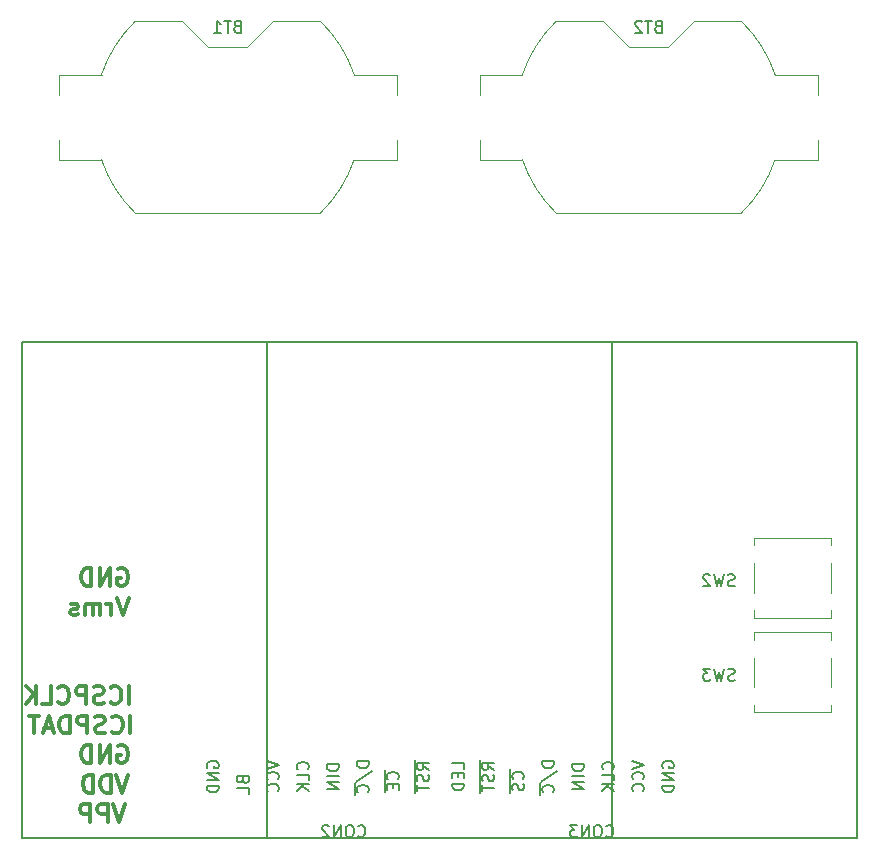
<source format=gbr>
G04 #@! TF.FileFunction,Legend,Bot*
%FSLAX46Y46*%
G04 Gerber Fmt 4.6, Leading zero omitted, Abs format (unit mm)*
G04 Created by KiCad (PCBNEW 4.0.7) date 01/28/18 01:48:11*
%MOMM*%
%LPD*%
G01*
G04 APERTURE LIST*
%ADD10C,0.100000*%
%ADD11C,0.300000*%
%ADD12C,0.120000*%
%ADD13C,0.150000*%
G04 APERTURE END LIST*
D10*
D11*
X145321428Y-120678571D02*
X145321428Y-119178571D01*
X143749999Y-120535714D02*
X143821428Y-120607143D01*
X144035714Y-120678571D01*
X144178571Y-120678571D01*
X144392856Y-120607143D01*
X144535714Y-120464286D01*
X144607142Y-120321429D01*
X144678571Y-120035714D01*
X144678571Y-119821429D01*
X144607142Y-119535714D01*
X144535714Y-119392857D01*
X144392856Y-119250000D01*
X144178571Y-119178571D01*
X144035714Y-119178571D01*
X143821428Y-119250000D01*
X143749999Y-119321429D01*
X143178571Y-120607143D02*
X142964285Y-120678571D01*
X142607142Y-120678571D01*
X142464285Y-120607143D01*
X142392856Y-120535714D01*
X142321428Y-120392857D01*
X142321428Y-120250000D01*
X142392856Y-120107143D01*
X142464285Y-120035714D01*
X142607142Y-119964286D01*
X142892856Y-119892857D01*
X143035714Y-119821429D01*
X143107142Y-119750000D01*
X143178571Y-119607143D01*
X143178571Y-119464286D01*
X143107142Y-119321429D01*
X143035714Y-119250000D01*
X142892856Y-119178571D01*
X142535714Y-119178571D01*
X142321428Y-119250000D01*
X141678571Y-120678571D02*
X141678571Y-119178571D01*
X141107143Y-119178571D01*
X140964285Y-119250000D01*
X140892857Y-119321429D01*
X140821428Y-119464286D01*
X140821428Y-119678571D01*
X140892857Y-119821429D01*
X140964285Y-119892857D01*
X141107143Y-119964286D01*
X141678571Y-119964286D01*
X139321428Y-120535714D02*
X139392857Y-120607143D01*
X139607143Y-120678571D01*
X139750000Y-120678571D01*
X139964285Y-120607143D01*
X140107143Y-120464286D01*
X140178571Y-120321429D01*
X140250000Y-120035714D01*
X140250000Y-119821429D01*
X140178571Y-119535714D01*
X140107143Y-119392857D01*
X139964285Y-119250000D01*
X139750000Y-119178571D01*
X139607143Y-119178571D01*
X139392857Y-119250000D01*
X139321428Y-119321429D01*
X137964285Y-120678571D02*
X138678571Y-120678571D01*
X138678571Y-119178571D01*
X137464285Y-120678571D02*
X137464285Y-119178571D01*
X136607142Y-120678571D02*
X137249999Y-119821429D01*
X136607142Y-119178571D02*
X137464285Y-120035714D01*
X145428571Y-123178571D02*
X145428571Y-121678571D01*
X143857142Y-123035714D02*
X143928571Y-123107143D01*
X144142857Y-123178571D01*
X144285714Y-123178571D01*
X144499999Y-123107143D01*
X144642857Y-122964286D01*
X144714285Y-122821429D01*
X144785714Y-122535714D01*
X144785714Y-122321429D01*
X144714285Y-122035714D01*
X144642857Y-121892857D01*
X144499999Y-121750000D01*
X144285714Y-121678571D01*
X144142857Y-121678571D01*
X143928571Y-121750000D01*
X143857142Y-121821429D01*
X143285714Y-123107143D02*
X143071428Y-123178571D01*
X142714285Y-123178571D01*
X142571428Y-123107143D01*
X142499999Y-123035714D01*
X142428571Y-122892857D01*
X142428571Y-122750000D01*
X142499999Y-122607143D01*
X142571428Y-122535714D01*
X142714285Y-122464286D01*
X142999999Y-122392857D01*
X143142857Y-122321429D01*
X143214285Y-122250000D01*
X143285714Y-122107143D01*
X143285714Y-121964286D01*
X143214285Y-121821429D01*
X143142857Y-121750000D01*
X142999999Y-121678571D01*
X142642857Y-121678571D01*
X142428571Y-121750000D01*
X141785714Y-123178571D02*
X141785714Y-121678571D01*
X141214286Y-121678571D01*
X141071428Y-121750000D01*
X141000000Y-121821429D01*
X140928571Y-121964286D01*
X140928571Y-122178571D01*
X141000000Y-122321429D01*
X141071428Y-122392857D01*
X141214286Y-122464286D01*
X141785714Y-122464286D01*
X140285714Y-123178571D02*
X140285714Y-121678571D01*
X139928571Y-121678571D01*
X139714286Y-121750000D01*
X139571428Y-121892857D01*
X139500000Y-122035714D01*
X139428571Y-122321429D01*
X139428571Y-122535714D01*
X139500000Y-122821429D01*
X139571428Y-122964286D01*
X139714286Y-123107143D01*
X139928571Y-123178571D01*
X140285714Y-123178571D01*
X138857143Y-122750000D02*
X138142857Y-122750000D01*
X139000000Y-123178571D02*
X138500000Y-121678571D01*
X138000000Y-123178571D01*
X137714286Y-121678571D02*
X136857143Y-121678571D01*
X137285714Y-123178571D02*
X137285714Y-121678571D01*
X144392857Y-124250000D02*
X144535714Y-124178571D01*
X144750000Y-124178571D01*
X144964285Y-124250000D01*
X145107143Y-124392857D01*
X145178571Y-124535714D01*
X145250000Y-124821429D01*
X145250000Y-125035714D01*
X145178571Y-125321429D01*
X145107143Y-125464286D01*
X144964285Y-125607143D01*
X144750000Y-125678571D01*
X144607143Y-125678571D01*
X144392857Y-125607143D01*
X144321428Y-125535714D01*
X144321428Y-125035714D01*
X144607143Y-125035714D01*
X143678571Y-125678571D02*
X143678571Y-124178571D01*
X142821428Y-125678571D01*
X142821428Y-124178571D01*
X142107142Y-125678571D02*
X142107142Y-124178571D01*
X141749999Y-124178571D01*
X141535714Y-124250000D01*
X141392856Y-124392857D01*
X141321428Y-124535714D01*
X141249999Y-124821429D01*
X141249999Y-125035714D01*
X141321428Y-125321429D01*
X141392856Y-125464286D01*
X141535714Y-125607143D01*
X141749999Y-125678571D01*
X142107142Y-125678571D01*
X145000000Y-129178571D02*
X144500000Y-130678571D01*
X144000000Y-129178571D01*
X143500000Y-130678571D02*
X143500000Y-129178571D01*
X142928572Y-129178571D01*
X142785714Y-129250000D01*
X142714286Y-129321429D01*
X142642857Y-129464286D01*
X142642857Y-129678571D01*
X142714286Y-129821429D01*
X142785714Y-129892857D01*
X142928572Y-129964286D01*
X143500000Y-129964286D01*
X142000000Y-130678571D02*
X142000000Y-129178571D01*
X141428572Y-129178571D01*
X141285714Y-129250000D01*
X141214286Y-129321429D01*
X141142857Y-129464286D01*
X141142857Y-129678571D01*
X141214286Y-129821429D01*
X141285714Y-129892857D01*
X141428572Y-129964286D01*
X142000000Y-129964286D01*
X145250000Y-126678571D02*
X144750000Y-128178571D01*
X144250000Y-126678571D01*
X143750000Y-128178571D02*
X143750000Y-126678571D01*
X143392857Y-126678571D01*
X143178572Y-126750000D01*
X143035714Y-126892857D01*
X142964286Y-127035714D01*
X142892857Y-127321429D01*
X142892857Y-127535714D01*
X142964286Y-127821429D01*
X143035714Y-127964286D01*
X143178572Y-128107143D01*
X143392857Y-128178571D01*
X143750000Y-128178571D01*
X142250000Y-128178571D02*
X142250000Y-126678571D01*
X141892857Y-126678571D01*
X141678572Y-126750000D01*
X141535714Y-126892857D01*
X141464286Y-127035714D01*
X141392857Y-127321429D01*
X141392857Y-127535714D01*
X141464286Y-127821429D01*
X141535714Y-127964286D01*
X141678572Y-128107143D01*
X141892857Y-128178571D01*
X142250000Y-128178571D01*
X144392857Y-109250000D02*
X144535714Y-109178571D01*
X144750000Y-109178571D01*
X144964285Y-109250000D01*
X145107143Y-109392857D01*
X145178571Y-109535714D01*
X145250000Y-109821429D01*
X145250000Y-110035714D01*
X145178571Y-110321429D01*
X145107143Y-110464286D01*
X144964285Y-110607143D01*
X144750000Y-110678571D01*
X144607143Y-110678571D01*
X144392857Y-110607143D01*
X144321428Y-110535714D01*
X144321428Y-110035714D01*
X144607143Y-110035714D01*
X143678571Y-110678571D02*
X143678571Y-109178571D01*
X142821428Y-110678571D01*
X142821428Y-109178571D01*
X142107142Y-110678571D02*
X142107142Y-109178571D01*
X141749999Y-109178571D01*
X141535714Y-109250000D01*
X141392856Y-109392857D01*
X141321428Y-109535714D01*
X141249999Y-109821429D01*
X141249999Y-110035714D01*
X141321428Y-110321429D01*
X141392856Y-110464286D01*
X141535714Y-110607143D01*
X141749999Y-110678571D01*
X142107142Y-110678571D01*
X145321428Y-111678571D02*
X144821428Y-113178571D01*
X144321428Y-111678571D01*
X143821428Y-113178571D02*
X143821428Y-112178571D01*
X143821428Y-112464286D02*
X143750000Y-112321429D01*
X143678571Y-112250000D01*
X143535714Y-112178571D01*
X143392857Y-112178571D01*
X142892857Y-113178571D02*
X142892857Y-112178571D01*
X142892857Y-112321429D02*
X142821429Y-112250000D01*
X142678571Y-112178571D01*
X142464286Y-112178571D01*
X142321429Y-112250000D01*
X142250000Y-112392857D01*
X142250000Y-113178571D01*
X142250000Y-112392857D02*
X142178571Y-112250000D01*
X142035714Y-112178571D01*
X141821429Y-112178571D01*
X141678571Y-112250000D01*
X141607143Y-112392857D01*
X141607143Y-113178571D01*
X140964286Y-113107143D02*
X140821429Y-113178571D01*
X140535714Y-113178571D01*
X140392857Y-113107143D01*
X140321429Y-112964286D01*
X140321429Y-112892857D01*
X140392857Y-112750000D01*
X140535714Y-112678571D01*
X140750000Y-112678571D01*
X140892857Y-112607143D01*
X140964286Y-112464286D01*
X140964286Y-112392857D01*
X140892857Y-112250000D01*
X140750000Y-112178571D01*
X140535714Y-112178571D01*
X140392857Y-112250000D01*
D12*
X204750000Y-107250000D02*
X204750000Y-106600000D01*
X204750000Y-106600000D02*
X198250000Y-106600000D01*
X198250000Y-106600000D02*
X198250000Y-107250000D01*
X204750000Y-112750000D02*
X204750000Y-113400000D01*
X204750000Y-113400000D02*
X198250000Y-113400000D01*
X198250000Y-113400000D02*
X198250000Y-112750000D01*
X204750000Y-111250000D02*
X204750000Y-108750000D01*
X198250000Y-111250000D02*
X198250000Y-108750000D01*
X145834630Y-62888211D02*
G75*
G03X142988000Y-67390000I7845370J-8111789D01*
G01*
X161525370Y-79111789D02*
G75*
G03X164372000Y-74610000I-7845370J8111789D01*
G01*
X161525370Y-62888211D02*
G75*
G02X164372000Y-67390000I-7845370J-8111789D01*
G01*
X145834630Y-79111789D02*
G75*
G02X142988000Y-74610000I7845370J8111789D01*
G01*
X139370000Y-69100000D02*
X139370000Y-67390000D01*
X142988000Y-67390000D02*
X139370000Y-67390000D01*
X149820000Y-62890000D02*
X145832700Y-62890000D01*
X152020000Y-65090000D02*
X149820000Y-62890000D01*
X155340000Y-65090000D02*
X152020000Y-65090000D01*
X155340000Y-65090000D02*
X157540000Y-62890000D01*
X161527300Y-62890000D02*
X157540000Y-62890000D01*
X167990000Y-69100000D02*
X167990000Y-67390000D01*
X167990000Y-67390000D02*
X164372000Y-67390000D01*
X164372000Y-74610000D02*
X167990000Y-74610000D01*
X167990000Y-72900000D02*
X167990000Y-74610000D01*
X145832700Y-79110000D02*
X161527300Y-79110000D01*
X139370000Y-72900000D02*
X139370000Y-74610000D01*
X139370000Y-74610000D02*
X142988000Y-74610000D01*
X181474630Y-62888211D02*
G75*
G03X178628000Y-67390000I7845370J-8111789D01*
G01*
X197165370Y-79111789D02*
G75*
G03X200012000Y-74610000I-7845370J8111789D01*
G01*
X197165370Y-62888211D02*
G75*
G02X200012000Y-67390000I-7845370J-8111789D01*
G01*
X181474630Y-79111789D02*
G75*
G02X178628000Y-74610000I7845370J8111789D01*
G01*
X175010000Y-69100000D02*
X175010000Y-67390000D01*
X178628000Y-67390000D02*
X175010000Y-67390000D01*
X185460000Y-62890000D02*
X181472700Y-62890000D01*
X187660000Y-65090000D02*
X185460000Y-62890000D01*
X190980000Y-65090000D02*
X187660000Y-65090000D01*
X190980000Y-65090000D02*
X193180000Y-62890000D01*
X197167300Y-62890000D02*
X193180000Y-62890000D01*
X203630000Y-69100000D02*
X203630000Y-67390000D01*
X203630000Y-67390000D02*
X200012000Y-67390000D01*
X200012000Y-74610000D02*
X203630000Y-74610000D01*
X203630000Y-72900000D02*
X203630000Y-74610000D01*
X181472700Y-79110000D02*
X197167300Y-79110000D01*
X175010000Y-72900000D02*
X175010000Y-74610000D01*
X175010000Y-74610000D02*
X178628000Y-74610000D01*
X204750000Y-115250000D02*
X204750000Y-114600000D01*
X204750000Y-114600000D02*
X198250000Y-114600000D01*
X198250000Y-114600000D02*
X198250000Y-115250000D01*
X204750000Y-120750000D02*
X204750000Y-121400000D01*
X204750000Y-121400000D02*
X198250000Y-121400000D01*
X198250000Y-121400000D02*
X198250000Y-120750000D01*
X204750000Y-119250000D02*
X204750000Y-116750000D01*
X198250000Y-119250000D02*
X198250000Y-116750000D01*
D13*
X206990000Y-90000000D02*
X206990000Y-132000000D01*
X156990000Y-90000000D02*
X206990000Y-90000000D01*
X156990000Y-132000000D02*
X156990000Y-90000000D01*
X206990000Y-132000000D02*
X156990000Y-132000000D01*
X186240000Y-90000000D02*
X186240000Y-132000000D01*
X136240000Y-90000000D02*
X186240000Y-90000000D01*
X136240000Y-132000000D02*
X136240000Y-90000000D01*
X186240000Y-132000000D02*
X136240000Y-132000000D01*
X196583333Y-110654762D02*
X196440476Y-110702381D01*
X196202380Y-110702381D01*
X196107142Y-110654762D01*
X196059523Y-110607143D01*
X196011904Y-110511905D01*
X196011904Y-110416667D01*
X196059523Y-110321429D01*
X196107142Y-110273810D01*
X196202380Y-110226190D01*
X196392857Y-110178571D01*
X196488095Y-110130952D01*
X196535714Y-110083333D01*
X196583333Y-109988095D01*
X196583333Y-109892857D01*
X196535714Y-109797619D01*
X196488095Y-109750000D01*
X196392857Y-109702381D01*
X196154761Y-109702381D01*
X196011904Y-109750000D01*
X195678571Y-109702381D02*
X195440476Y-110702381D01*
X195249999Y-109988095D01*
X195059523Y-110702381D01*
X194821428Y-109702381D01*
X194488095Y-109797619D02*
X194440476Y-109750000D01*
X194345238Y-109702381D01*
X194107142Y-109702381D01*
X194011904Y-109750000D01*
X193964285Y-109797619D01*
X193916666Y-109892857D01*
X193916666Y-109988095D01*
X193964285Y-110130952D01*
X194535714Y-110702381D01*
X193916666Y-110702381D01*
X154465714Y-63308571D02*
X154322857Y-63356190D01*
X154275238Y-63403810D01*
X154227619Y-63499048D01*
X154227619Y-63641905D01*
X154275238Y-63737143D01*
X154322857Y-63784762D01*
X154418095Y-63832381D01*
X154799048Y-63832381D01*
X154799048Y-62832381D01*
X154465714Y-62832381D01*
X154370476Y-62880000D01*
X154322857Y-62927619D01*
X154275238Y-63022857D01*
X154275238Y-63118095D01*
X154322857Y-63213333D01*
X154370476Y-63260952D01*
X154465714Y-63308571D01*
X154799048Y-63308571D01*
X153941905Y-62832381D02*
X153370476Y-62832381D01*
X153656191Y-63832381D02*
X153656191Y-62832381D01*
X152513333Y-63832381D02*
X153084762Y-63832381D01*
X152799048Y-63832381D02*
X152799048Y-62832381D01*
X152894286Y-62975238D01*
X152989524Y-63070476D01*
X153084762Y-63118095D01*
X190105714Y-63308571D02*
X189962857Y-63356190D01*
X189915238Y-63403810D01*
X189867619Y-63499048D01*
X189867619Y-63641905D01*
X189915238Y-63737143D01*
X189962857Y-63784762D01*
X190058095Y-63832381D01*
X190439048Y-63832381D01*
X190439048Y-62832381D01*
X190105714Y-62832381D01*
X190010476Y-62880000D01*
X189962857Y-62927619D01*
X189915238Y-63022857D01*
X189915238Y-63118095D01*
X189962857Y-63213333D01*
X190010476Y-63260952D01*
X190105714Y-63308571D01*
X190439048Y-63308571D01*
X189581905Y-62832381D02*
X189010476Y-62832381D01*
X189296191Y-63832381D02*
X189296191Y-62832381D01*
X188724762Y-62927619D02*
X188677143Y-62880000D01*
X188581905Y-62832381D01*
X188343809Y-62832381D01*
X188248571Y-62880000D01*
X188200952Y-62927619D01*
X188153333Y-63022857D01*
X188153333Y-63118095D01*
X188200952Y-63260952D01*
X188772381Y-63832381D01*
X188153333Y-63832381D01*
X196583333Y-118654762D02*
X196440476Y-118702381D01*
X196202380Y-118702381D01*
X196107142Y-118654762D01*
X196059523Y-118607143D01*
X196011904Y-118511905D01*
X196011904Y-118416667D01*
X196059523Y-118321429D01*
X196107142Y-118273810D01*
X196202380Y-118226190D01*
X196392857Y-118178571D01*
X196488095Y-118130952D01*
X196535714Y-118083333D01*
X196583333Y-117988095D01*
X196583333Y-117892857D01*
X196535714Y-117797619D01*
X196488095Y-117750000D01*
X196392857Y-117702381D01*
X196154761Y-117702381D01*
X196011904Y-117750000D01*
X195678571Y-117702381D02*
X195440476Y-118702381D01*
X195249999Y-117988095D01*
X195059523Y-118702381D01*
X194821428Y-117702381D01*
X194535714Y-117702381D02*
X193916666Y-117702381D01*
X194250000Y-118083333D01*
X194107142Y-118083333D01*
X194011904Y-118130952D01*
X193964285Y-118178571D01*
X193916666Y-118273810D01*
X193916666Y-118511905D01*
X193964285Y-118607143D01*
X194011904Y-118654762D01*
X194107142Y-118702381D01*
X194392857Y-118702381D01*
X194488095Y-118654762D01*
X194535714Y-118607143D01*
X185714285Y-131857143D02*
X185761904Y-131904762D01*
X185904761Y-131952381D01*
X185999999Y-131952381D01*
X186142857Y-131904762D01*
X186238095Y-131809524D01*
X186285714Y-131714286D01*
X186333333Y-131523810D01*
X186333333Y-131380952D01*
X186285714Y-131190476D01*
X186238095Y-131095238D01*
X186142857Y-131000000D01*
X185999999Y-130952381D01*
X185904761Y-130952381D01*
X185761904Y-131000000D01*
X185714285Y-131047619D01*
X185095238Y-130952381D02*
X184904761Y-130952381D01*
X184809523Y-131000000D01*
X184714285Y-131095238D01*
X184666666Y-131285714D01*
X184666666Y-131619048D01*
X184714285Y-131809524D01*
X184809523Y-131904762D01*
X184904761Y-131952381D01*
X185095238Y-131952381D01*
X185190476Y-131904762D01*
X185285714Y-131809524D01*
X185333333Y-131619048D01*
X185333333Y-131285714D01*
X185285714Y-131095238D01*
X185190476Y-131000000D01*
X185095238Y-130952381D01*
X184238095Y-131952381D02*
X184238095Y-130952381D01*
X183666666Y-131952381D01*
X183666666Y-130952381D01*
X183285714Y-130952381D02*
X182666666Y-130952381D01*
X183000000Y-131333333D01*
X182857142Y-131333333D01*
X182761904Y-131380952D01*
X182714285Y-131428571D01*
X182666666Y-131523810D01*
X182666666Y-131761905D01*
X182714285Y-131857143D01*
X182761904Y-131904762D01*
X182857142Y-131952381D01*
X183142857Y-131952381D01*
X183238095Y-131904762D01*
X183285714Y-131857143D01*
X190490000Y-126063096D02*
X190442381Y-125967858D01*
X190442381Y-125825001D01*
X190490000Y-125682143D01*
X190585238Y-125586905D01*
X190680476Y-125539286D01*
X190870952Y-125491667D01*
X191013810Y-125491667D01*
X191204286Y-125539286D01*
X191299524Y-125586905D01*
X191394762Y-125682143D01*
X191442381Y-125825001D01*
X191442381Y-125920239D01*
X191394762Y-126063096D01*
X191347143Y-126110715D01*
X191013810Y-126110715D01*
X191013810Y-125920239D01*
X191442381Y-126539286D02*
X190442381Y-126539286D01*
X191442381Y-127110715D01*
X190442381Y-127110715D01*
X191442381Y-127586905D02*
X190442381Y-127586905D01*
X190442381Y-127825000D01*
X190490000Y-127967858D01*
X190585238Y-128063096D01*
X190680476Y-128110715D01*
X190870952Y-128158334D01*
X191013810Y-128158334D01*
X191204286Y-128110715D01*
X191299524Y-128063096D01*
X191394762Y-127967858D01*
X191442381Y-127825000D01*
X191442381Y-127586905D01*
X173662381Y-126182143D02*
X173662381Y-125705952D01*
X172662381Y-125705952D01*
X173138571Y-126515476D02*
X173138571Y-126848810D01*
X173662381Y-126991667D02*
X173662381Y-126515476D01*
X172662381Y-126515476D01*
X172662381Y-126991667D01*
X173662381Y-127420238D02*
X172662381Y-127420238D01*
X172662381Y-127658333D01*
X172710000Y-127801191D01*
X172805238Y-127896429D01*
X172900476Y-127944048D01*
X173090952Y-127991667D01*
X173233810Y-127991667D01*
X173424286Y-127944048D01*
X173519524Y-127896429D01*
X173614762Y-127801191D01*
X173662381Y-127658333D01*
X173662381Y-127420238D01*
X187902381Y-125491667D02*
X188902381Y-125825000D01*
X187902381Y-126158334D01*
X188807143Y-127063096D02*
X188854762Y-127015477D01*
X188902381Y-126872620D01*
X188902381Y-126777382D01*
X188854762Y-126634524D01*
X188759524Y-126539286D01*
X188664286Y-126491667D01*
X188473810Y-126444048D01*
X188330952Y-126444048D01*
X188140476Y-126491667D01*
X188045238Y-126539286D01*
X187950000Y-126634524D01*
X187902381Y-126777382D01*
X187902381Y-126872620D01*
X187950000Y-127015477D01*
X187997619Y-127063096D01*
X188807143Y-128063096D02*
X188854762Y-128015477D01*
X188902381Y-127872620D01*
X188902381Y-127777382D01*
X188854762Y-127634524D01*
X188759524Y-127539286D01*
X188664286Y-127491667D01*
X188473810Y-127444048D01*
X188330952Y-127444048D01*
X188140476Y-127491667D01*
X188045238Y-127539286D01*
X187950000Y-127634524D01*
X187902381Y-127777382D01*
X187902381Y-127872620D01*
X187950000Y-128015477D01*
X187997619Y-128063096D01*
X186267143Y-126229762D02*
X186314762Y-126182143D01*
X186362381Y-126039286D01*
X186362381Y-125944048D01*
X186314762Y-125801190D01*
X186219524Y-125705952D01*
X186124286Y-125658333D01*
X185933810Y-125610714D01*
X185790952Y-125610714D01*
X185600476Y-125658333D01*
X185505238Y-125705952D01*
X185410000Y-125801190D01*
X185362381Y-125944048D01*
X185362381Y-126039286D01*
X185410000Y-126182143D01*
X185457619Y-126229762D01*
X186362381Y-127134524D02*
X186362381Y-126658333D01*
X185362381Y-126658333D01*
X186362381Y-127467857D02*
X185362381Y-127467857D01*
X186362381Y-128039286D02*
X185790952Y-127610714D01*
X185362381Y-128039286D02*
X185933810Y-127467857D01*
X183822381Y-125801191D02*
X182822381Y-125801191D01*
X182822381Y-126039286D01*
X182870000Y-126182144D01*
X182965238Y-126277382D01*
X183060476Y-126325001D01*
X183250952Y-126372620D01*
X183393810Y-126372620D01*
X183584286Y-126325001D01*
X183679524Y-126277382D01*
X183774762Y-126182144D01*
X183822381Y-126039286D01*
X183822381Y-125801191D01*
X183822381Y-126801191D02*
X182822381Y-126801191D01*
X183822381Y-127277381D02*
X182822381Y-127277381D01*
X183822381Y-127848810D01*
X182822381Y-127848810D01*
X181282381Y-125539286D02*
X180282381Y-125539286D01*
X180282381Y-125777381D01*
X180330000Y-125920239D01*
X180425238Y-126015477D01*
X180520476Y-126063096D01*
X180710952Y-126110715D01*
X180853810Y-126110715D01*
X181044286Y-126063096D01*
X181139524Y-126015477D01*
X181234762Y-125920239D01*
X181282381Y-125777381D01*
X181282381Y-125539286D01*
X180234762Y-127253572D02*
X181520476Y-126396429D01*
X181187143Y-128158334D02*
X181234762Y-128110715D01*
X181282381Y-127967858D01*
X181282381Y-127872620D01*
X181234762Y-127729762D01*
X181139524Y-127634524D01*
X181044286Y-127586905D01*
X180853810Y-127539286D01*
X180710952Y-127539286D01*
X180520476Y-127586905D01*
X180425238Y-127634524D01*
X180330000Y-127729762D01*
X180282381Y-127872620D01*
X180282381Y-127967858D01*
X180330000Y-128110715D01*
X180377619Y-128158334D01*
X180110000Y-127348810D02*
X180110000Y-128348810D01*
X178647143Y-127039334D02*
X178694762Y-126991715D01*
X178742381Y-126848858D01*
X178742381Y-126753620D01*
X178694762Y-126610762D01*
X178599524Y-126515524D01*
X178504286Y-126467905D01*
X178313810Y-126420286D01*
X178170952Y-126420286D01*
X177980476Y-126467905D01*
X177885238Y-126515524D01*
X177790000Y-126610762D01*
X177742381Y-126753620D01*
X177742381Y-126848858D01*
X177790000Y-126991715D01*
X177837619Y-127039334D01*
X178694762Y-127420286D02*
X178742381Y-127563143D01*
X178742381Y-127801239D01*
X178694762Y-127896477D01*
X178647143Y-127944096D01*
X178551905Y-127991715D01*
X178456667Y-127991715D01*
X178361429Y-127944096D01*
X178313810Y-127896477D01*
X178266190Y-127801239D01*
X178218571Y-127610762D01*
X178170952Y-127515524D01*
X178123333Y-127467905D01*
X178028095Y-127420286D01*
X177932857Y-127420286D01*
X177837619Y-127467905D01*
X177790000Y-127515524D01*
X177742381Y-127610762D01*
X177742381Y-127848858D01*
X177790000Y-127991715D01*
X177570000Y-126229810D02*
X177570000Y-128182191D01*
X176202381Y-126277381D02*
X175726190Y-125944047D01*
X176202381Y-125705952D02*
X175202381Y-125705952D01*
X175202381Y-126086905D01*
X175250000Y-126182143D01*
X175297619Y-126229762D01*
X175392857Y-126277381D01*
X175535714Y-126277381D01*
X175630952Y-126229762D01*
X175678571Y-126182143D01*
X175726190Y-126086905D01*
X175726190Y-125705952D01*
X176154762Y-126658333D02*
X176202381Y-126801190D01*
X176202381Y-127039286D01*
X176154762Y-127134524D01*
X176107143Y-127182143D01*
X176011905Y-127229762D01*
X175916667Y-127229762D01*
X175821429Y-127182143D01*
X175773810Y-127134524D01*
X175726190Y-127039286D01*
X175678571Y-126848809D01*
X175630952Y-126753571D01*
X175583333Y-126705952D01*
X175488095Y-126658333D01*
X175392857Y-126658333D01*
X175297619Y-126705952D01*
X175250000Y-126753571D01*
X175202381Y-126848809D01*
X175202381Y-127086905D01*
X175250000Y-127229762D01*
X175202381Y-127515476D02*
X175202381Y-128086905D01*
X176202381Y-127801190D02*
X175202381Y-127801190D01*
X175030000Y-125467857D02*
X175030000Y-128182143D01*
X164714285Y-131857143D02*
X164761904Y-131904762D01*
X164904761Y-131952381D01*
X164999999Y-131952381D01*
X165142857Y-131904762D01*
X165238095Y-131809524D01*
X165285714Y-131714286D01*
X165333333Y-131523810D01*
X165333333Y-131380952D01*
X165285714Y-131190476D01*
X165238095Y-131095238D01*
X165142857Y-131000000D01*
X164999999Y-130952381D01*
X164904761Y-130952381D01*
X164761904Y-131000000D01*
X164714285Y-131047619D01*
X164095238Y-130952381D02*
X163904761Y-130952381D01*
X163809523Y-131000000D01*
X163714285Y-131095238D01*
X163666666Y-131285714D01*
X163666666Y-131619048D01*
X163714285Y-131809524D01*
X163809523Y-131904762D01*
X163904761Y-131952381D01*
X164095238Y-131952381D01*
X164190476Y-131904762D01*
X164285714Y-131809524D01*
X164333333Y-131619048D01*
X164333333Y-131285714D01*
X164285714Y-131095238D01*
X164190476Y-131000000D01*
X164095238Y-130952381D01*
X163238095Y-131952381D02*
X163238095Y-130952381D01*
X162666666Y-131952381D01*
X162666666Y-130952381D01*
X162238095Y-131047619D02*
X162190476Y-131000000D01*
X162095238Y-130952381D01*
X161857142Y-130952381D01*
X161761904Y-131000000D01*
X161714285Y-131047619D01*
X161666666Y-131142857D01*
X161666666Y-131238095D01*
X161714285Y-131380952D01*
X162285714Y-131952381D01*
X161666666Y-131952381D01*
X151960000Y-126063096D02*
X151912381Y-125967858D01*
X151912381Y-125825001D01*
X151960000Y-125682143D01*
X152055238Y-125586905D01*
X152150476Y-125539286D01*
X152340952Y-125491667D01*
X152483810Y-125491667D01*
X152674286Y-125539286D01*
X152769524Y-125586905D01*
X152864762Y-125682143D01*
X152912381Y-125825001D01*
X152912381Y-125920239D01*
X152864762Y-126063096D01*
X152817143Y-126110715D01*
X152483810Y-126110715D01*
X152483810Y-125920239D01*
X152912381Y-126539286D02*
X151912381Y-126539286D01*
X152912381Y-127110715D01*
X151912381Y-127110715D01*
X152912381Y-127586905D02*
X151912381Y-127586905D01*
X151912381Y-127825000D01*
X151960000Y-127967858D01*
X152055238Y-128063096D01*
X152150476Y-128110715D01*
X152340952Y-128158334D01*
X152483810Y-128158334D01*
X152674286Y-128110715D01*
X152769524Y-128063096D01*
X152864762Y-127967858D01*
X152912381Y-127825000D01*
X152912381Y-127586905D01*
X154928571Y-127126667D02*
X154976190Y-127269524D01*
X155023810Y-127317143D01*
X155119048Y-127364762D01*
X155261905Y-127364762D01*
X155357143Y-127317143D01*
X155404762Y-127269524D01*
X155452381Y-127174286D01*
X155452381Y-126793333D01*
X154452381Y-126793333D01*
X154452381Y-127126667D01*
X154500000Y-127221905D01*
X154547619Y-127269524D01*
X154642857Y-127317143D01*
X154738095Y-127317143D01*
X154833333Y-127269524D01*
X154880952Y-127221905D01*
X154928571Y-127126667D01*
X154928571Y-126793333D01*
X155452381Y-128269524D02*
X155452381Y-127793333D01*
X154452381Y-127793333D01*
X156992381Y-125491667D02*
X157992381Y-125825000D01*
X156992381Y-126158334D01*
X157897143Y-127063096D02*
X157944762Y-127015477D01*
X157992381Y-126872620D01*
X157992381Y-126777382D01*
X157944762Y-126634524D01*
X157849524Y-126539286D01*
X157754286Y-126491667D01*
X157563810Y-126444048D01*
X157420952Y-126444048D01*
X157230476Y-126491667D01*
X157135238Y-126539286D01*
X157040000Y-126634524D01*
X156992381Y-126777382D01*
X156992381Y-126872620D01*
X157040000Y-127015477D01*
X157087619Y-127063096D01*
X157897143Y-128063096D02*
X157944762Y-128015477D01*
X157992381Y-127872620D01*
X157992381Y-127777382D01*
X157944762Y-127634524D01*
X157849524Y-127539286D01*
X157754286Y-127491667D01*
X157563810Y-127444048D01*
X157420952Y-127444048D01*
X157230476Y-127491667D01*
X157135238Y-127539286D01*
X157040000Y-127634524D01*
X156992381Y-127777382D01*
X156992381Y-127872620D01*
X157040000Y-128015477D01*
X157087619Y-128063096D01*
X160437143Y-126229762D02*
X160484762Y-126182143D01*
X160532381Y-126039286D01*
X160532381Y-125944048D01*
X160484762Y-125801190D01*
X160389524Y-125705952D01*
X160294286Y-125658333D01*
X160103810Y-125610714D01*
X159960952Y-125610714D01*
X159770476Y-125658333D01*
X159675238Y-125705952D01*
X159580000Y-125801190D01*
X159532381Y-125944048D01*
X159532381Y-126039286D01*
X159580000Y-126182143D01*
X159627619Y-126229762D01*
X160532381Y-127134524D02*
X160532381Y-126658333D01*
X159532381Y-126658333D01*
X160532381Y-127467857D02*
X159532381Y-127467857D01*
X160532381Y-128039286D02*
X159960952Y-127610714D01*
X159532381Y-128039286D02*
X160103810Y-127467857D01*
X163072381Y-125801191D02*
X162072381Y-125801191D01*
X162072381Y-126039286D01*
X162120000Y-126182144D01*
X162215238Y-126277382D01*
X162310476Y-126325001D01*
X162500952Y-126372620D01*
X162643810Y-126372620D01*
X162834286Y-126325001D01*
X162929524Y-126277382D01*
X163024762Y-126182144D01*
X163072381Y-126039286D01*
X163072381Y-125801191D01*
X163072381Y-126801191D02*
X162072381Y-126801191D01*
X163072381Y-127277381D02*
X162072381Y-127277381D01*
X163072381Y-127848810D01*
X162072381Y-127848810D01*
X165612381Y-125539286D02*
X164612381Y-125539286D01*
X164612381Y-125777381D01*
X164660000Y-125920239D01*
X164755238Y-126015477D01*
X164850476Y-126063096D01*
X165040952Y-126110715D01*
X165183810Y-126110715D01*
X165374286Y-126063096D01*
X165469524Y-126015477D01*
X165564762Y-125920239D01*
X165612381Y-125777381D01*
X165612381Y-125539286D01*
X164564762Y-127253572D02*
X165850476Y-126396429D01*
X165517143Y-128158334D02*
X165564762Y-128110715D01*
X165612381Y-127967858D01*
X165612381Y-127872620D01*
X165564762Y-127729762D01*
X165469524Y-127634524D01*
X165374286Y-127586905D01*
X165183810Y-127539286D01*
X165040952Y-127539286D01*
X164850476Y-127586905D01*
X164755238Y-127634524D01*
X164660000Y-127729762D01*
X164612381Y-127872620D01*
X164612381Y-127967858D01*
X164660000Y-128110715D01*
X164707619Y-128158334D01*
X164440000Y-127348810D02*
X164440000Y-128348810D01*
X168057143Y-127063143D02*
X168104762Y-127015524D01*
X168152381Y-126872667D01*
X168152381Y-126777429D01*
X168104762Y-126634571D01*
X168009524Y-126539333D01*
X167914286Y-126491714D01*
X167723810Y-126444095D01*
X167580952Y-126444095D01*
X167390476Y-126491714D01*
X167295238Y-126539333D01*
X167200000Y-126634571D01*
X167152381Y-126777429D01*
X167152381Y-126872667D01*
X167200000Y-127015524D01*
X167247619Y-127063143D01*
X167628571Y-127491714D02*
X167628571Y-127825048D01*
X168152381Y-127967905D02*
X168152381Y-127491714D01*
X167152381Y-127491714D01*
X167152381Y-127967905D01*
X166980000Y-126253619D02*
X166980000Y-128158381D01*
X170692381Y-126277381D02*
X170216190Y-125944047D01*
X170692381Y-125705952D02*
X169692381Y-125705952D01*
X169692381Y-126086905D01*
X169740000Y-126182143D01*
X169787619Y-126229762D01*
X169882857Y-126277381D01*
X170025714Y-126277381D01*
X170120952Y-126229762D01*
X170168571Y-126182143D01*
X170216190Y-126086905D01*
X170216190Y-125705952D01*
X170644762Y-126658333D02*
X170692381Y-126801190D01*
X170692381Y-127039286D01*
X170644762Y-127134524D01*
X170597143Y-127182143D01*
X170501905Y-127229762D01*
X170406667Y-127229762D01*
X170311429Y-127182143D01*
X170263810Y-127134524D01*
X170216190Y-127039286D01*
X170168571Y-126848809D01*
X170120952Y-126753571D01*
X170073333Y-126705952D01*
X169978095Y-126658333D01*
X169882857Y-126658333D01*
X169787619Y-126705952D01*
X169740000Y-126753571D01*
X169692381Y-126848809D01*
X169692381Y-127086905D01*
X169740000Y-127229762D01*
X169692381Y-127515476D02*
X169692381Y-128086905D01*
X170692381Y-127801190D02*
X169692381Y-127801190D01*
X169520000Y-125467857D02*
X169520000Y-128182143D01*
M02*

</source>
